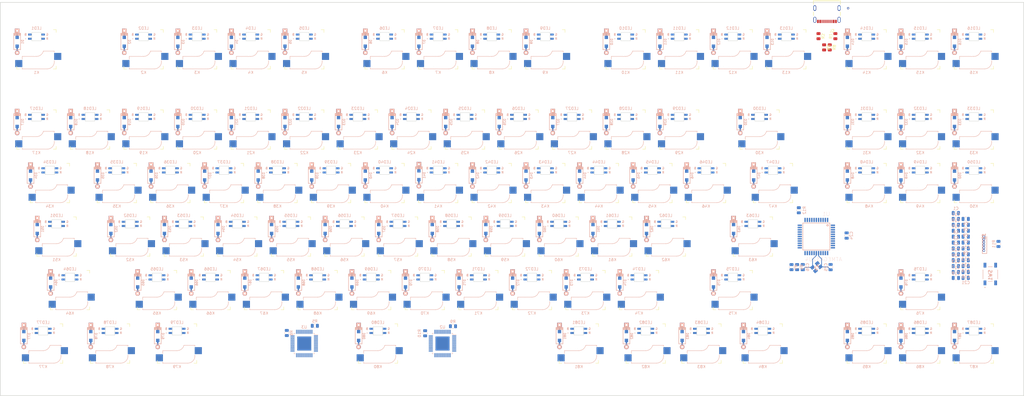
<source format=kicad_pcb>
(kicad_pcb (version 20211014) (generator pcbnew)
  (title_block (title "Ramen80") (date "2022-02-22") (rev "v1.0.0") (company "Ramen Keebs"))
  (layers (0 "F.Cu" signal) (31 "B.Cu" signal) (34 "B.Paste" user) (35 "F.Paste" user) (36 "B.SilkS" user "B.Silkscreen") (37 "F.SilkS" user "F.Silkscreen") (38 "B.Mask" user) (39 "F.Mask" user) (44 "Edge.Cuts" user))
  (net 0 "")
  (net 1 "Net-(D1-Pad2)")
  (net 2 "Net-(D2-Pad2)")
  (net 3 "Net-(D3-Pad2)")
  (net 4 "Net-(D4-Pad2)")
  (net 5 "Net-(D5-Pad2)")
  (net 6 "Net-(D6-Pad2)")
  (net 7 "Net-(D7-Pad2)")
  (net 8 "Net-(D8-Pad2)")
  (net 9 "Net-(D9-Pad2)")
  (net 10 "Net-(D10-Pad2)")
  (net 11 "Net-(D11-Pad2)")
  (net 12 "Net-(D12-Pad2)")
  (net 13 "Net-(D13-Pad2)")
  (net 14 "Net-(D14-Pad2)")
  (net 15 "Net-(D15-Pad2)")
  (net 16 "Net-(D16-Pad2)")
  (net 17 "Net-(D17-Pad2)")
  (net 18 "Net-(D18-Pad2)")
  (net 19 "Net-(D19-Pad2)")
  (net 20 "Net-(D20-Pad2)")
  (net 21 "Net-(D21-Pad2)")
  (net 22 "Net-(D22-Pad2)")
  (net 23 "Net-(D23-Pad2)")
  (net 24 "Net-(D24-Pad2)")
  (net 25 "Net-(D25-Pad2)")
  (net 26 "Net-(D26-Pad2)")
  (net 27 "Net-(D27-Pad2)")
  (net 28 "Net-(D28-Pad2)")
  (net 29 "Net-(D29-Pad2)")
  (net 30 "Net-(D30-Pad2)")
  (net 31 "Net-(D31-Pad2)")
  (net 32 "Net-(D32-Pad2)")
  (net 33 "Net-(D33-Pad2)")
  (net 34 "Net-(D34-Pad2)")
  (net 35 "Net-(D35-Pad2)")
  (net 36 "Net-(D36-Pad2)")
  (net 37 "Net-(D37-Pad2)")
  (net 38 "Net-(D38-Pad2)")
  (net 39 "Net-(D39-Pad2)")
  (net 40 "Net-(D40-Pad2)")
  (net 41 "Net-(D41-Pad2)")
  (net 42 "Net-(D42-Pad2)")
  (net 43 "Net-(D43-Pad2)")
  (net 44 "Net-(D44-Pad2)")
  (net 45 "Net-(D45-Pad2)")
  (net 46 "Net-(D46-Pad2)")
  (net 47 "Net-(D47-Pad2)")
  (net 48 "Net-(D48-Pad2)")
  (net 49 "Net-(D49-Pad2)")
  (net 50 "Net-(D50-Pad2)")
  (net 51 "Net-(D51-Pad2)")
  (net 52 "Net-(D52-Pad2)")
  (net 53 "Net-(D53-Pad2)")
  (net 54 "Net-(D54-Pad2)")
  (net 55 "Net-(D55-Pad2)")
  (net 56 "Net-(D56-Pad2)")
  (net 57 "Net-(D57-Pad2)")
  (net 58 "Net-(D58-Pad2)")
  (net 59 "Net-(D59-Pad2)")
  (net 60 "Net-(D60-Pad2)")
  (net 61 "Net-(D61-Pad2)")
  (net 62 "Net-(D62-Pad2)")
  (net 63 "Net-(D63-Pad2)")
  (net 64 "Net-(D64-Pad2)")
  (net 65 "Net-(D65-Pad2)")
  (net 66 "Net-(D66-Pad2)")
  (net 67 "Net-(D67-Pad2)")
  (net 68 "Net-(D68-Pad2)")
  (net 69 "Net-(D69-Pad2)")
  (net 70 "Net-(D70-Pad2)")
  (net 71 "Net-(D71-Pad2)")
  (net 72 "Net-(D72-Pad2)")
  (net 73 "Net-(D73-Pad2)")
  (net 74 "Net-(D74-Pad2)")
  (net 75 "Net-(D75-Pad2)")
  (net 76 "Net-(D76-Pad2)")
  (net 77 "Net-(D77-Pad2)")
  (net 78 "Net-(D78-Pad2)")
  (net 79 "Net-(D79-Pad2)")
  (net 80 "Net-(D80-Pad2)")
  (net 81 "Net-(D81-Pad2)")
  (net 82 "Net-(D82-Pad2)")
  (net 83 "Net-(D83-Pad2)")
  (net 84 "Net-(D84-Pad2)")
  (net 85 "Net-(D85-Pad2)")
  (net 86 "Net-(D86-Pad2)")
  (net 87 "Net-(D87-Pad2)")
  (net 88 "/PC7")
  (net 89 "/PE2")
  (net 90 "VCC")
  (net 91 "/Reset")
  (net 92 "/D-")
  (net 93 "/D+")
  (net 94 "/UCap")
  (net 95 "/XTAL1")
  (net 96 "/PF7")
  (net 97 "GND")
  (net 98 "/XTAL2")
  (net 99 "/PF6")
  (net 100 "/PF5")
  (net 101 "/PF4")
  (net 103 "/PE6")
  (net 104 "/PB1")
  (net 105 "/PB2")
  (net 106 "/PB3")
  (net 107 "/PB7")
  (net 108 "/PD1")
  (net 109 "/PD2")
  (net 110 "/PD3")
  (net 111 "/PD5")
  (net 112 "/PD4")
  (net 113 "/PD6")
  (net 114 "/PD7")
  (net 115 "/PB4")
  (net 116 "/PB5")
  (net 117 "/PB6")
  (net 118 "/PC6")
  (net 119 "/PB0")
  (net 120 "/PD0")
  (net 121 "/PF1")
  (net 122 "/PF0")
  (net 123 "/USB C Receptacle/Cap+")
  (net 124 "/USB C Receptacle/Cap-")
  (net 125 "Net-(J2-PadB5)")
  (net 127 "/LED Matrix/SW1")
  (net 128 "/LED Matrix/SW2")
  (net 129 "/LED Matrix/SW3")
  (net 130 "/LED Matrix/SW4")
  (net 131 "/LED Matrix/SW5")
  (net 132 "/LED Matrix/SW6")
  (net 133 "/LED Matrix/SW7")
  (net 134 "/LED Matrix/SW8")
  (net 135 "/LED Matrix/SW9 ")
  (net 136 "/LED Matrix/2SW9")
  (net 137 "/LED Matrix/2SW7")
  (net 138 "/LED Matrix/2SW8")
  (net 139 "/LED Matrix/CS1")
  (net 140 "/LED Matrix/CS2")
  (net 141 "/LED Matrix/CS3")
  (net 142 "/LED Matrix/CS4")
  (net 143 "/LED Matrix/CS5")
  (net 144 "/LED Matrix/CS6")
  (net 145 "/LED Matrix/CS7")
  (net 146 "/LED Matrix/CS8")
  (net 147 "/LED Matrix/CS9 ")
  (net 148 "/LED Matrix/CS10")
  (net 149 "/LED Matrix/CS11")
  (net 150 "/LED Matrix/CS12")
  (net 151 "/LED Matrix/CS13")
  (net 152 "/LED Matrix/CS14")
  (net 153 "/LED Matrix/CS15")
  (net 154 "/LED Matrix/CS16")
  (net 156 "/LED Matrix/Sync")
  (net 162 "/LED Matrix/2CS1")
  (net 163 "/LED Matrix/2CS2")
  (net 164 "/LED Matrix/2CS3")
  (net 165 "/LED Matrix/2CS4")
  (net 166 "/LED Matrix/2CS5")
  (net 167 "/LED Matrix/2CS6")
  (net 168 "/LED Matrix/2CS7")
  (net 169 "/LED Matrix/2CS8")
  (net 170 "/LED Matrix/2CS9 ")
  (net 171 "/LED Matrix/2CS10")
  (net 172 "/LED Matrix/2CS11")
  (net 173 "/LED Matrix/2CS12")
  (net 174 "/LED Matrix/2CS13")
  (net 175 "/LED Matrix/2CS14")
  (net 176 "/LED Matrix/2CS15")
  (net 177 "/LED Matrix/2CS16")
  (net 180 "/LED Matrix/2SW3")
  (net 181 "/LED Matrix/2SW1")
  (net 182 "/LED Matrix/2SW2")
  (net 183 "/LED Matrix/2SW6")
  (net 184 "/LED Matrix/2SW4")
  (net 185 "/LED Matrix/2SW5")
  (net 186 "Net-(J2-PadA5)")
  (net 190 "Net-(R1-Pad2)")
  (net 191 "Net-(R2-Pad1)")
  (net 192 "Net-(R5-Pad2)")
  (net 193 "Net-(R6-Pad1)")
  (footprint "keyswitches:Kailh_socket_MX_platemount" (layer "F.Cu") (at 338.137 114.3 180)
    (fp_text reference "K48")
    (fp_text value "KEYSW")
  )
  (footprint "keyswitches:Kailh_socket_MX_platemount" (layer "F.Cu") (at 235.743 171.45 180)
    (fp_text reference "K81")
    (fp_text value "KEYSW")
  )
  (footprint "keyswitches:Kailh_socket_MX_platemount" (layer "F.Cu") (at 309.562 66.675 180)
    (fp_text reference "K13")
    (fp_text value "KEYSW")
  )
  (footprint "keyswitches:Kailh_socket_MX_platemount" (layer "F.Cu") (at 259.555 171.45 180)
    (fp_text reference "K82")
    (fp_text value "KEYSW")
  )
  (footprint "keyswitches:Kailh_socket_MX_platemount" (layer "F.Cu") (at 257.175 152.4 180)
    (fp_text reference "K74")
    (fp_text value "KEYSW")
  )
  (footprint "Resistor_SMD:R_0805_2012Metric" (layer "F.Cu") (at 327 62 90)
    (fp_text reference "R1")
    (fp_text value "5k1")
  )
  (footprint "keyswitches:Kailh_socket_MX_platemount" (layer "F.Cu") (at 80.962 95.25 180)
    (fp_text reference "K19")
    (fp_text value "KEYSW")
  )
  (footprint "keyswitches:Kailh_socket_MX_platemount" (layer "F.Cu") (at 357.187 66.675 180)
    (fp_text reference "K15")
    (fp_text value "KEYSW")
  )
  (footprint "keyswitches:Kailh_socket_MX_platemount" (layer "F.Cu") (at 204.787 66.675 180)
    (fp_text reference "K8")
    (fp_text value "KEYSW")
  )
  (footprint "keyswitches:Kailh_socket_MX_platemount" (layer "F.Cu") (at 90.487 114.3 180)
    (fp_text reference "K36")
    (fp_text value "KEYSW")
  )
  (footprint "keyswitches:Kailh_socket_MX_platemount" (layer "F.Cu") (at 157.162 95.25 180)
    (fp_text reference "K23")
    (fp_text value "KEYSW")
  )
  (footprint "keyswitches:Kailh_socket_MX_platemount" (layer "F.Cu") (at 223.837 114.3 180)
    (fp_text reference "K43")
    (fp_text value "KEYSW")
  )
  (footprint "keyswitches:Kailh_socket_MX_platemount" (layer "F.Cu") (at 138.112 95.25 180)
    (fp_text reference "K22")
    (fp_text value "KEYSW")
  )
  (footprint "keyswitches:Kailh_socket_MX_platemount" (layer "F.Cu") (at 152.4 133.35 180)
    (fp_text reference "K56")
    (fp_text value "KEYSW")
  )
  (footprint "keyswitches:Kailh_socket_MX_platemount" (layer "F.Cu") (at 133.35 133.35 180)
    (fp_text reference "K55")
    (fp_text value "KEYSW")
  )
  (footprint "keyswitches:Kailh_socket_MX_platemount" (layer "F.Cu") (at 119.062 66.675 180)
    (fp_text reference "K4")
    (fp_text value "KEYSW")
  )
  (footprint "keyswitches:Kailh_socket_MX_platemount" (layer "F.Cu") (at 209.55 133.35 180)
    (fp_text reference "K59")
    (fp_text value "KEYSW")
  )
  (footprint "keyswitches:Kailh_socket_MX_platemount" (layer "F.Cu") (at 161.925 152.4 180)
    (fp_text reference "K69")
    (fp_text value "KEYSW")
  )
  (footprint "keyswitches:Kailh_socket_MX_platemount" (layer "F.Cu") (at 47.625 114.3 180)
    (fp_text reference "K34")
    (fp_text value "KEYSW")
  )
  (footprint "keyswitches:Kailh_socket_MX_platemount" (layer "F.Cu") (at 69.055 171.45 180)
    (fp_text reference "K78")
    (fp_text value "KEYSW")
  )
  (footprint "keyswitches:Kailh_socket_MX_platemount" (layer "F.Cu") (at 76.2 133.35 180)
    (fp_text reference "K52")
    (fp_text value "KEYSW")
  )
  (footprint "keyswitches:Kailh_socket_MX_platemount" (layer "F.Cu") (at 290.512 152.4 180)
    (fp_text reference "K75")
    (fp_text value "KEYSW")
  )
  (footprint "keyswitches:Kailh_socket_MX_platemount" (layer "F.Cu") (at 123.825 152.4 180)
    (fp_text reference "K67")
    (fp_text value "KEYSW")
  )
  (footprint "Resistor_SMD:R_0805_2012Metric" (layer "F.Cu") (at 321 62 -90)
    (fp_text reference "R2")
    (fp_text value "22")
  )
  (footprint "keyswitches:Kailh_socket_MX_platemount" (layer "F.Cu") (at 214.312 95.25 180)
    (fp_text reference "K26")
    (fp_text value "KEYSW")
  )
  (footprint "keyswitches:Kailh_socket_MX_platemount" (layer "F.Cu") (at 190.5 133.35 180)
    (fp_text reference "K58")
    (fp_text value "KEYSW")
  )
  (footprint "keyswitches:Kailh_socket_MX_platemount" (layer "F.Cu") (at 247.65 133.35 180)
    (fp_text reference "K61")
    (fp_text value "KEYSW")
  )
  (footprint "keyswitches:Kailh_socket_MX_platemount" (layer "F.Cu") (at 266.7 133.35 180)
    (fp_text reference "K62")
    (fp_text value "KEYSW")
  )
  (footprint "keyswitches:Kailh_socket_MX_platemount" (layer "F.Cu") (at 166.687 66.675 180)
    (fp_text reference "K6")
    (fp_text value "KEYSW")
  )
  (footprint "keyswitches:Kailh_socket_MX_platemount" (layer "F.Cu") (at 166.687 114.3 180)
    (fp_text reference "K40")
    (fp_text value "KEYSW")
  )
  (footprint "keyswitches:Kailh_socket_MX_platemount" (layer "F.Cu") (at 42.862 95.25 180)
    (fp_text reference "K17")
    (fp_text value "KEYSW")
  )
  (footprint "keyswitches:Kailh_socket_MX_platemount" (layer "F.Cu") (at 338.137 171.45 180)
    (fp_text reference "K85")
    (fp_text value "KEYSW")
  )
  (footprint "keyswitches:Kailh_socket_MX_platemount" (layer "F.Cu") (at 119.062 95.25 180)
    (fp_text reference "K21")
    (fp_text value "KEYSW")
  )
  (footprint "keyswitches:Kailh_socket_MX_platemount" (layer "F.Cu") (at 304.8 114.3 180)
    (fp_text reference "K47")
    (fp_text value "KEYSW")
  )
  (footprint "keyswitches:Kailh_socket_MX_platemount" (layer "F.Cu") (at 85.725 152.4 180)
    (fp_text reference "K65")
    (fp_text value "KEYSW")
  )
  (footprint "keyswitches:Kailh_socket_MX_platemount" (layer "F.Cu") (at 100.012 66.675 180)
    (fp_text reference "K3")
    (fp_text value "KEYSW")
  )
  (footprint "keyswitches:Kailh_socket_MX_platemount" (layer "F.Cu") (at 338.137 95.25 180)
    (fp_text reference "K31")
    (fp_text value "KEYSW")
  )
  (footprint "keyswitches:Kailh_socket_MX_platemount" (layer "F.Cu") (at 357.187 171.45 180)
    (fp_text reference "K86")
    (fp_text value "KEYSW")
  )
  (footprint "keyswitches:Kailh_socket_MX_platemount" (layer "F.Cu") (at 297.656 133.35 180)
    (fp_text reference "K63")
    (fp_text value "KEYSW")
  )
  (footprint "Resistor_SMD:R_0805_2012Metric" (layer "F.Cu") (at 323 66 -90)
    (fp_text reference "R3")
    (fp_text value "5k1")
  )
  (footprint "keyswitches:Kailh_socket_MX_platemount" (layer "F.Cu") (at 180.975 152.4 180)
    (fp_text reference "K70")
    (fp_text value "KEYSW")
  )
  (footprint "keyswitches:Kailh_socket_MX_platemount" (layer "F.Cu") (at 300.037 95.25 180)
    (fp_text reference "K30")
    (fp_text value "KEYSW")
  )
  (footprint "keyswitches:Kailh_socket_MX_platemount" (layer "F.Cu") (at 185.737 114.3 180)
    (fp_text reference "K41")
    (fp_text value "KEYSW")
  )
  (footprint "keyswitches:Kailh_socket_MX_platemount" (layer "F.Cu") (at 376.237 66.675 180)
    (fp_text reference "K16")
    (fp_text value "KEYSW")
  )
  (footprint "keyswitches:Kailh_socket_MX_platemount" (layer "F.Cu") (at 95.25 133.35 180)
    (fp_text reference "K53")
    (fp_text value "KEYSW")
  )
  (footprint "keyswitches:Kailh_socket_MX_platemount" (layer "F.Cu") (at 142.875 152.4 180)
    (fp_text reference "K68")
    (fp_text value "KEYSW")
  )
  (footprint "keyswitches:Kailh_socket_MX_platemount" (layer "F.Cu") (at 164.305 171.45 180)
    (fp_text reference "K80")
    (fp_text value "KEYSW")
  )
  (footprint "keyswitches:Kailh_socket_MX_platemount" (layer "F.Cu") (at 204.787 114.3 180)
    (fp_text reference "K42")
    (fp_text value "KEYSW")
  )
  (footprint "keyswitches:Kailh_socket_MX_platemount" (layer "F.Cu") (at 228.6 133.35 180)
    (fp_text reference "K60")
    (fp_text value "KEYSW")
  )
  (footprint "keyswitches:Kailh_socket_MX_platemount" (layer "F.Cu") (at 252.412 66.675 180)
    (fp_text reference "K10")
    (fp_text value "KEYSW")
  )
  (footprint "keyswitches:Kailh_socket_MX_platemount" (layer "F.Cu") (at 223.837 66.675 180)
    (fp_text reference "K9")
    (fp_text value "KEYSW")
  )
  (footprint "keyswitches:Kailh_socket_MX_platemount" (layer "F.Cu") (at 357.187 152.4 180)
    (fp_text reference "K76")
    (fp_text value "KEYSW")
  )
  (footprint "keyswitches:Kailh_socket_MX_platemount" (layer "F.Cu") (at 200.025 152.4 180)
    (fp_text reference "K71")
    (fp_text value "KEYSW")
  )
  (footprint "keyswitches:Kailh_socket_MX_platemount" (layer "F.Cu") (at 252.412 95.25 180)
    (fp_text reference "K28")
    (fp_text value "KEYSW")
  )
  (footprint "keyswitches:Kailh_socket_MX_platemount" (layer "F.Cu") (at 376.237 114.3 180)
    (fp_text reference "K50")
    (fp_text value "KEYSW")
  )
  (footprint "keyswitches:Kailh_socket_MX_platemount" (layer "F.Cu") (at 233.362 95.25 180)
    (fp_text reference "K27")
    (fp_text value "KEYSW")
  )
  (footprint "keyswitches:Kailh_socket_MX_platemount" (layer "F.Cu") (at 104.775 152.4 180)
    (fp_text reference "K66")
    (fp_text value "KEYSW")
  )
  (footprint "keyswitches:Kailh_socket_MX_platemount" (layer "F.Cu") (at 290.512 66.675 180)
    (fp_text reference "K12")
    (fp_text value "KEYSW")
  )
  (footprint "keyswitches:Kailh_socket_MX_platemount" (layer "F.Cu") (at 185.737 66.675 180)
    (fp_text reference "K7")
    (fp_text value "KEYSW")
  )
  (footprint "keyswitches:Kailh_socket_MX_platemount" (layer "F.Cu") (at 279.368 171.45 180)
    (fp_text reference "K83")
    (fp_text value "KEYSW")
  )
  (footprint "keyswitches:Kailh_socket_MX_platemount" (layer "F.Cu") (at 92.868 171.45 180)
    (fp_text reference "K79")
    (fp_text value "KEYSW")
  )
  (footprint "keyswitches:Kailh_socket_MX_platemount" (layer "F.Cu") (at 50.006 133.35 180)
    (fp_text reference "K51")
    (fp_text value "KEYSW")
  )
  (footprint "SamacSys_Parts:GCT_USB4105-GF-A" (layer "F.Cu") (at 324 52 180)
    (fp_text reference "J2")
    (fp_text value "USB_C_RECEPTACLE")
  )
  (footprint "keyswitches:Kailh_socket_MX_platemount" (layer "F.Cu") (at 80.962 66.675 180)
    (fp_text reference "K2")
    (fp_text value "KEYSW")
  )
  (footprint "keyswitches:Kailh_socket_MX_platemount" (layer "F.Cu") (at 61.912 95.25 180)
    (fp_text reference "K18")
    (fp_text value "KEYSW")
  )
  (footprint "keyswitches:Kailh_socket_MX_platemount" (layer "F.Cu") (at 114.3 133.35 180)
    (fp_text reference "K54")
    (fp_text value "KEYSW")
  )
  (footprint "keyswitches:Kailh_socket_MX_platemount" (layer "F.Cu") (at 195.262 95.25 180)
    (fp_text reference "K25")
    (fp_text value "KEYSW")
  )
  (footprint "keyswitches:Kailh_socket_MX_platemount" (layer "F.Cu") (at 338.137 66.675 180)
    (fp_text reference "K14")
    (fp_text value "KEYSW")
  )
  (footprint "keyswitches:Kailh_socket_MX_platemount" (layer "F.Cu") (at 45.243 171.45 180)
    (fp_text reference "K77")
    (fp_text value "KEYSW")
  )
  (footprint "keyswitches:Kailh_socket_MX_platemount" (layer "F.Cu") (at 71.437 114.3 180)
    (fp_text reference "K35")
    (fp_text value "KEYSW")
  )
  (footprint "keyswitches:Kailh_socket_MX_platemount" (layer "F.Cu") (at 376.237 95.25 180)
    (fp_text reference "K33")
    (fp_text value "KEYSW")
  )
  (footprint "keyswitches:Kailh_socket_MX_platemount" (layer "F.Cu") (at 171.45 133.35 180)
    (fp_text reference "K57")
    (fp_text value "KEYSW")
  )
  (footprint "Resistor_SMD:R_0805_2012Metric" (layer "F.Cu") (at 325 66 -90)
    (fp_text reference "R8")
    (fp_text value "2k")
  )
  (footprint "keyswitches:Kailh_socket_MX_platemount" (layer "F.Cu") (at 271.462 66.675 180)
    (fp_text reference "K11")
    (fp_text value "KEYSW")
  )
  (footprint "keyswitches:Kailh_socket_MX_platemount" (layer "F.Cu") (at 261.937 114.3 180)
    (fp_text reference "K45")
    (fp_text value "KEYSW")
  )
  (footprint "keyswitches:Kailh_socket_MX_platemount" (layer "F.Cu") (at 147.637 114.3 180)
    (fp_text reference "K39")
    (fp_text value "KEYSW")
  )
  (footprint "keyswitches:Kailh_socket_MX_platemount" (layer "F.Cu") (at 109.537 114.3 180)
    (fp_text reference "K37")
    (fp_text value "KEYSW")
  )
  (footprint "keyswitches:Kailh_socket_MX_platemount" (layer "F.Cu") (at 128.587 114.3 180)
    (fp_text reference "K38")
    (fp_text value "KEYSW")
  )
  (footprint "keyswitches:Kailh_socket_MX_platemount" (layer "F.Cu") (at 376.237 171.45 180)
    (fp_text reference "K87")
    (fp_text value "KEYSW")
  )
  (footprint "keyswitches:Kailh_socket_MX_platemount" (layer "F.Cu") (at 42.862 66.675 180)
    (fp_text reference "K1")
    (fp_text value "KEYSW")
  )
  (footprint "keyswitches:Kailh_socket_MX_platemount" (layer "F.Cu") (at 271.462 95.25 180)
    (fp_text reference "K29")
    (fp_text value "KEYSW")
  )
  (footprint "keyswitches:Kailh_socket_MX_platemount" (layer "F.Cu") (at 238.125 152.4 180)
    (fp_text reference "K73")
    (fp_text value "KEYSW")
  )
  (footprint "keyswitches:Kailh_socket_MX_platemount" (layer "F.Cu") (at 301.18 171.45 180)
    (fp_text reference "K84")
    (fp_text value "KEYSW")
  )
  (footprint "keyswitches:Kailh_socket_MX_platemount" (layer "F.Cu") (at 219.075 152.4 180)
    (fp_text reference "K72")
    (fp_text value "KEYSW")
  )
  (footprint "keyswitches:Kailh_socket_MX_platemount" (layer "F.Cu") (at 357.187 114.3 180)
    (fp_text reference "K49")
    (fp_text value "KEYSW")
  )
  (footprint "keyswitches:Kailh_socket_MX_platemount" (layer "F.Cu") (at 176.212 95.25 180)
    (fp_text reference "K24")
    (fp_text value "KEYSW")
  )
  (footprint "keyswitches:Kailh_socket_MX_platemount" (layer "F.Cu") (at 54.769 152.4 180)
    (fp_text reference "K64")
    (fp_text value "KEYSW")
  )
  (footprint "keyswitches:Kailh_socket_MX_platemount" (layer "F.Cu") (at 100.012 95.25 180)
    (fp_text reference "K20")
    (fp_text value "KEYSW")
  )
  (footprint "keyswitches:Kailh_socket_MX_platemount" (layer "F.Cu") (at 357.187 95.25 180)
    (fp_text reference "K32")
    (fp_text value "KEYSW")
  )
  (footprint "keyswitches:Kailh_socket_MX_platemount" (layer "F.Cu") (at 242.887 114.3 180)
    (fp_text reference "K44")
    (fp_text value "KEYSW")
  )
  (footprint "keyswitches:Kailh_socket_MX_platemount" (layer "F.Cu") (at 280.987 114.3 180)
    (fp_text reference "K46")
    (fp_text value "KEYSW")
  )
  (footprint "keyswitches:Kailh_socket_MX_platemount" (layer "F.Cu") (at 138.112 66.675 180)
    (fp_text reference "K5")
    (fp_text value "KEYSW")
  )
  (footprint "keyboard_parts:D_SOD123_axial" (layer "B.Cu") (at 38.381 168.775 -90)
    (fp_text reference "D77")
    (fp_text value "D" hide)
  )
  (footprint "keyboard_parts:D_SOD123_axial" (layer "B.Cu") (at 264.6 64 -90)
    (fp_text reference "D11")
    (fp_text value "D" hide)
  )
  (footprint "RamenKeebs:QBLP677R-RGB" (layer "B.Cu") (at 54.769 147.9 180)
    (fp_text reference "LED64")
    (fp_text value "RGB_LED")
    (fp_rect (start 1.7 -1.5) (end -1.7 1.5) (layer "Edge.Cuts") (width 0.12) (fill none))
  )
  (footprint "RamenKeebs:QBLP677R-RGB" (layer "B.Cu") (at 338.137 109.8 180)
    (fp_text reference "LED48")
    (fp_text value "RGB_LED")
    (fp_rect (start 1.7 -1.5) (end -1.7 1.5) (layer "Edge.Cuts") (width 0.12) (fill none))
  )
  (footprint "RamenKeebs:QBLP677R-RGB" (layer "B.Cu") (at 185.737 62.175 180)
    (fp_text reference "LED7")
    (fp_text value "RGB_LED")
    (fp_rect (start 1.7 -1.5) (end -1.7 1.5) (layer "Edge.Cuts") (width 0.12) (fill none))
  )
  (footprint "keyboard_parts:D_SOD123_axial" (layer "B.Cu") (at 350.325 64 -90)
    (fp_text reference "D15")
    (fp_text value "D" hide)
  )
  (footprint "RamenKeebs:QBLP677R-RGB" (layer "B.Cu") (at 109.537 109.8 180)
    (fp_text reference "LED37")
    (fp_text value "RGB_LED")
    (fp_rect (start 1.7 -1.5) (end -1.7 1.5) (layer "Edge.Cuts") (width 0.12) (fill none))
  )
  (footprint "keyboard_parts:D_SOD123_axial" (layer "B.Cu") (at 183.638 130.675 -90)
    (fp_text reference "D58")
    (fp_text value "D" hide)
  )
  (footprint "keyboard_parts:D_SOD123_axial" (layer "B.Cu") (at 255.075 111.625 -90)
    (fp_text reference "D45")
    (fp_text value "D" hide)
  )
  (footprint "keyboard_parts:D_SOD123_axial" (layer "B.Cu") (at 86.006 168.775 -90)
    (fp_text reference "D79")
    (fp_text value "D" hide)
  )
  (footprint "RamenKeebs:QBLP677R-RGB" (layer "B.Cu") (at 219.075 147.9 180)
    (fp_text reference "LED72")
    (fp_text value "RGB_LED")
    (fp_rect (start 1.7 -1.5) (end -1.7 1.5) (layer "Edge.Cuts") (width 0.12) (fill none))
  )
  (footprint "keyboard_parts:D_SOD123_axial" (layer "B.Cu") (at 212.213 149.725 -90)
    (fp_text reference "D72")
    (fp_text value "D" hide)
  )
  (footprint "Capacitor_SMD:C_0805_2012Metric" (layer "B.Cu") (at 373.35 129.2)
    (fp_text reference "C5")
    (fp_text value "0.1u")
  )
  (footprint "Keebio-Parts:ATMEGA32U4-AU" (layer "B.Cu") (at 320.23 133.35 180)
    (fp_text reference "U1")
    (fp_text value "ATMEGA32U4")
  )
  (footprint "RamenKeebs:QBLP677R-RGB" (layer "B.Cu") (at 123.825 147.9 180)
    (fp_text reference "LED67")
    (fp_text value "RGB_LED")
    (fp_rect (start 1.7 -1.5) (end -1.7 1.5) (layer "Edge.Cuts") (width 0.12) (fill none))
  )
  (footprint "Package_QFP:TQFP-48-1EP_7x7mm_P0.5mm_EP5x5mm" (layer "B.Cu") (at 138.1 171.45 180)
    (fp_text reference "U3")
    (fp_text value "IS31FL3733-TQ")
  )
  (footprint "RamenKeebs:QBLP677R-RGB" (layer "B.Cu") (at 185.737 109.8 180)
    (fp_text reference "LED41")
    (fp_text value "RGB_LED")
    (fp_rect (start 1.7 -1.5) (end -1.7 1.5) (layer "Edge.Cuts") (width 0.12) (fill none))
  )
  (footprint "RamenKeebs:QBLP677R-RGB" (layer "B.Cu") (at 180.975 147.9 180)
    (fp_text reference "LED70")
    (fp_text value "RGB_LED")
    (fp_rect (start 1.7 -1.5) (end -1.7 1.5) (layer "Edge.Cuts") (width 0.12) (fill none))
  )
  (footprint "SamacSys_Parts:TL3342F160QG" (layer "B.Cu") (at 382.1 146.7 90)
    (fp_text reference "SW1")
    (fp_text value "SW_PUSH" hide)
  )
  (footprint "keyboard_parts:D_SOD123_axial" (layer "B.Cu") (at 202.688 130.675 -90)
    (fp_text reference "D59")
    (fp_text value "D" hide)
  )
  (footprint "RamenKeebs:QBLP677R-RGB" (layer "B.Cu") (at 261.937 109.8 180)
    (fp_text reference "LED45")
    (fp_text value "RGB_LED")
    (fp_rect (start 1.7 -1.5) (end -1.7 1.5) (layer "Edge.Cuts") (width 0.12) (fill none))
  )
  (footprint "keyboard_parts:D_SOD123_axial" (layer "B.Cu") (at 131.25 92.575 -90)
    (fp_text reference "D22")
    (fp_text value "D" hide)
  )
  (footprint "keyboard_parts:D_SOD123_axial" (layer "B.Cu") (at 169.35 92.575 -90)
    (fp_text reference "D24")
    (fp_text value "D" hide)
  )
  (footprint "Resistor_SMD:R_0805_2012Metric" (layer "B.Cu") (at 385 136 -90)
    (fp_text reference "R11")
    (fp_text value "100k")
  )
  (footprint "RamenKeebs:QBLP677R-RGB" (layer "B.Cu") (at 164.305 166.95 180)
    (fp_text reference "LED80")
    (fp_text value "RGB_LED")
    (fp_rect (start 1.7 -1.5) (end -1.7 1.5) (layer "Edge.Cuts") (width 0.12) (fill none))
  )
  (footprint "RamenKeebs:QBLP677R-RGB" (layer "B.Cu") (at 161.925 147.9 180)
    (fp_text reference "LED69")
    (fp_text value "RGB_LED")
    (fp_rect (start 1.7 -1.5) (end -1.7 1.5) (layer "Edge.Cuts") (width 0.12) (fill none))
  )
  (footprint "keyboard_parts:D_SOD123_axial" (layer "B.Cu") (at 145.538 130.675 -90)
    (fp_text reference "D56")
    (fp_text value "D" hide)
  )
  (footprint "RamenKeebs:QBLP677R-RGB" (layer "B.Cu") (at 76.2 128.85 180)
    (fp_text reference "LED52")
    (fp_text value "RGB_LED")
    (fp_rect (start 1.7 -1.5) (end -1.7 1.5) (layer "Edge.Cuts") (width 0.12) (fill none))
  )
  (footprint "keyboard_parts:D_SOD123_axial" (layer "B.Cu") (at 140.775 111.625 -90)
    (fp_text reference "D39")
    (fp_text value "D" hide)
  )
  (footprint "Capacitor_SMD:C_0805_2012Metric" (layer "B.Cu") (at 373.35 139.7)
    (fp_text reference "C13")
    (fp_text value "0.1u")
  )
  (footprint "RamenKeebs:QBLP677R-RGB" (layer "B.Cu") (at 69.055 166.95 180)
    (fp_text reference "LED78")
    (fp_text value "RGB_LED")
    (fp_rect (start 1.7 -1.5) (end -1.7 1.5) (layer "Edge.Cuts") (width 0.12) (fill none))
  )
  (footprint "Capacitor_SMD:C_0805_2012Metric" (layer "B.Cu") (at 373.35 135.5)
    (fp_text reference "C14")
    (fp_text value "0.47f")
  )
  (footprint "Capacitor_SMD:C_0805_2012Metric" (layer "B.Cu") (at 369.85 148.1 180)
    (fp_text reference "C18")
    (fp_text value "0.1f")
  )
  (footprint "RamenKeebs:QBLP677R-RGB" (layer "B.Cu") (at 147.637 109.8 180)
    (fp_text reference "LED39")
    (fp_text value "RGB_LED")
    (fp_rect (start 1.7 -1.5) (end -1.7 1.5) (layer "Edge.Cuts") (width 0.12) (fill none))
  )
  (footprint "RamenKeebs:QBLP677R-RGB" (layer "B.Cu") (at 338.137 166.95 180)
    (fp_text reference "LED85")
    (fp_text value "RGB_LED")
    (fp_rect (start 1.7 -1.5) (end -1.7 1.5) (layer "Edge.Cuts") (width 0.12) (fill none))
  )
  (footprint "Capacitor_SMD:C_0805_2012Metric" (layer "B.Cu") (at 369.85 146 180)
    (fp_text reference "C17")
    (fp_text value "0.47f")
  )
  (footprint "RamenKeebs:QBLP677R-RGB" (layer "B.Cu") (at 304.8 109.8 180)
    (fp_text reference "LED47")
    (fp_text value "RGB_LED")
    (fp_rect (start 1.7 -1.5) (end -1.7 1.5) (layer "Edge.Cuts") (width 0.12) (fill none))
  )
  (footprint "RamenKeebs:QBLP677R-RGB" (layer "B.Cu") (at 104.775 147.9 180)
    (fp_text reference "LED66")
    (fp_text value "RGB_LED")
    (fp_rect (start 1.7 -1.5) (end -1.7 1.5) (layer "Edge.Cuts") (width 0.12) (fill none))
  )
  (footprint "RamenKeebs:QBLP677R-RGB" (layer "B.Cu") (at 290.512 62.175 180)
    (fp_text reference "LED12")
    (fp_text value "RGB_LED")
    (fp_rect (start 1.7 -1.5) (end -1.7 1.5) (layer "Edge.Cuts") (width 0.12) (fill none))
  )
  (footprint "Capacitor_SMD:C_0805_2012Metric" (layer "B.Cu") (at 331 133 90)
    (fp_text reference "C24")
    (fp_text value "0.1f")
  )
  (footprint "keyboard_parts:D_SOD123_axial" (layer "B.Cu") (at 159.825 111.625 -90)
    (fp_text reference "D40")
    (fp_text value "D" hide)
  )
  (footprint "keyboard_parts:D_SOD123_axial" (layer "B.Cu") (at 283.65 149.725 -90)
    (fp_text reference "D75")
    (fp_text value "D" hide)
  )
  (footprint "keyboard_parts:D_SOD123_axial" (layer "B.Cu") (at 216.975 64 -90)
    (fp_text reference "D9")
    (fp_text value "D" hide)
  )
  (footprint "keyboard_parts:D_SOD123_axial" (layer "B.Cu") (at 264.6 92.575 -90)
    (fp_text reference "D29")
    (fp_text value "D" hide)
  )
  (footprint "RamenKeebs:QBLP677R-RGB" (layer "B.Cu") (at 357.187 147.9 180)
    (fp_text reference "LED76")
    (fp_text value "RGB_LED")
    (fp_rect (start 1.7 -1.5) (end -1.7 1.5) (layer "Edge.Cuts") (width 0.12) (fill none))
  )
  (footprint "RamenKeebs:QBLP677R-RGB" (layer "B.Cu") (at 280.987 109.8 180)
    (fp_text reference "LED46")
    (fp_text value "RGB_LED")
    (fp_rect (start 1.7 -1.5) (end -1.7 1.5) (layer "Edge.Cuts") (width 0.12) (fill none))
  )
  (footprint "keyboard_parts:D_SOD123_axial" (layer "B.Cu") (at 112.2 92.575 -90)
    (fp_text reference "D21")
    (fp_text value "D" hide)
  )
  (footprint "Resistor_SMD:R_0805_2012Metric" (layer "B.Cu") (at 181.1 167.8 90)
    (fp_text reference "R10")
    (fp_text value "20k")
  )
  (footprint "RamenKeebs:QBLP677R-RGB" (layer "B.Cu") (at 271.462 62.175 180)
    (fp_text reference "LED11")
    (fp_text value "RGB_LED")
    (fp_rect (start 1.7 -1.5) (end -1.7 1.5) (layer "Edge.Cuts") (width 0.12) (fill none))
  )
  (footprint "RamenKeebs:QBLP677R-RGB" (layer "B.Cu") (at 152.4 128.85 180)
    (fp_text reference "LED56")
    (fp_text value "RGB_LED")
    (fp_rect (start 1.7 -1.5) (end -1.7 1.5) (layer "Edge.Cuts") (width 0.12) (fill none))
  )
  (footprint "keyboard_parts:D_SOD123_axial" (layer "B.Cu") (at 107.438 130.675 -90)
    (fp_text reference "D54")
    (fp_text value "D" hide)
  )
  (footprint "RamenKeebs:QBLP677R-RGB" (layer "B.Cu") (at 233.362 90.75 180)
    (fp_text reference "LED27")
    (fp_text value "RGB_LED")
    (fp_rect (start 1.7 -1.5) (end -1.7 1.5) (layer "Edge.Cuts") (width 0.12) (fill none))
  )
  (footprint "keyboard_parts:D_SOD123_axial" (layer "B.Cu") (at 228.881 168.775 -90)
    (fp_text reference "D81")
    (fp_text value "D" hide)
  )
  (footprint "keyboard_parts:D_SOD123_axial" (layer "B.Cu") (at 150.3 92.575 -90)
    (fp_text reference "D23")
    (fp_text value "D" hide)
  )
  (footprint "keyboard_parts:D_SOD123_axial" (layer "B.Cu") (at 121.725 111.625 -90)
    (fp_text reference "D38")
    (fp_text value "D" hide)
  )
  (footprint "RamenKeebs:QBLP677R-RGB" (layer "B.Cu") (at 190.5 128.85 180)
    (fp_text reference "LED58")
    (fp_text value "RGB_LED")
    (fp_rect (start 1.7 -1.5) (end -1.7 1.5) (layer "Edge.Cuts") (width 0.12) (fill none))
  )
  (footprint "keyboard_parts:D_SOD123_axial" (layer "B.Cu") (at 93.15 92.575 -90)
    (fp_text reference "D20")
    (fp_text value "D" hide)
  )
  (footprint "keyboard_parts:D_SOD123_axial" (layer "B.Cu") (at 188.4 92.575 -90)
    (fp_text reference "D25")
    (fp_text value "D" hide)
  )
  (footprint "keyboard_parts:D_SOD123_axial" (layer "B.Cu") (at 159.825 64 -90)
    (fp_text reference "D6")
    (fp_text value "D" hide)
  )
  (footprint "RamenKeebs:QBLP677R-RGB" (layer "B.Cu") (at 45.243 166.95 180)
    (fp_text reference "LED77")
    (fp_text value "RGB_LED")
    (fp_rect (start 1.7 -1.5) (end -1.7 1.5) (layer "Edge.Cuts") (width 0.12) (fill none))
  )
  (footprint "keyboard_parts:D_SOD123_axial" (layer "B.Cu") (at 193.163 149.725 -90)
    (fp_text reference "D71")
    (fp_text value "D" hide)
  )
  (footprint "Capacitor_SMD:C_0805_2012Metric" (layer "B.Cu") (at 369.85 137.6 180)
    (fp_text reference "C2")
    (fp_text value "0.1f")
  )
  (footprint "RamenKeebs:QBLP677R-RGB" (layer "B.Cu") (at 71.437 109.8 180)
    (fp_text reference "LED35")
    (fp_text value "RGB_LED")
    (fp_rect (start 1.7 -1.5) (end -1.7 1.5) (layer "Edge.Cuts") (width 0.12) (fill none))
  )
  (footprint "Capacitor_SMD:C_0805_2012Metric" (layer "B.Cu") (at 373.35 146)
    (fp_text reference "C16")
    (fp_text value "1u")
  )
  (footprint "RamenKeebs:QBLP677R-RGB" (layer "B.Cu") (at 357.187 109.8 180)
    (fp_text reference "LED49")
    (fp_text value "RGB_LED")
    (fp_rect (start 1.7 -1.5) (end -1.7 1.5) (layer "Edge.Cuts") (width 0.12) (fill none))
  )
  (footprint "keyboard_parts:D_SOD123_axial" (layer "B.Cu") (at 252.693 168.775 -90)
    (fp_text reference "D82")
    (fp_text value "D" hide)
  )
  (footprint "RamenKeebs:QBLP677R-RGB" (layer "B.Cu") (at 157.162 90.75 180)
    (fp_text reference "LED23")
    (fp_text value "RGB_LED")
    (fp_rect (start 1.7 -1.5) (end -1.7 1.5) (layer "Edge.Cuts") (width 0.12) (fill none))
  )
  (footprint "RamenKeebs:QBLP677R-RGB" (layer "B.Cu") (at 100.012 90.75 180)
    (fp_text reference "LED20")
    (fp_text value "RGB_LED")
    (fp_rect (start 1.7 -1.5) (end -1.7 1.5) (layer "Edge.Cuts") (width 0.12) (fill none))
  )
  (footprint "RamenKeebs:QBLP677R-RGB" (layer "B.Cu") (at 266.7 128.85 180)
    (fp_text reference "LED62")
    (fp_text value "RGB_LED")
    (fp_rect (start 1.7 -1.5) (end -1.7 1.5) (layer "Edge.Cuts") (width 0.12) (fill none))
  )
  (footprint "Resistor_SMD:R_0805_2012Metric" (layer "B.Cu") (at 131.9 167.7 90)
    (fp_text reference "R6")
    (fp_text value "10k")
  )
  (footprint "RamenKeebs:QBLP677R-RGB" (layer "B.Cu") (at 171.45 128.85 180)
    (fp_text reference "LED57")
    (fp_text value "RGB_LED")
    (fp_rect (start 1.7 -1.5) (end -1.7 1.5) (layer "Edge.Cuts") (width 0.12) (fill none))
  )
  (footprint "Resistor_SMD:R_0805_2012Metric" (layer "B.Cu") (at 313.4 144.25 90)
    (fp_text reference "R4")
    (fp_text value "22")
  )
  (footprint "SamacSys_Parts:FA238160000MBC3" (layer "B.Cu") (at 320.25 144.25 -140)
    (fp_text reference "Y1")
    (fp_text value "FA-238_16.0000MB-C3" hide)
  )
  (footprint "keyboard_parts:D_SOD123_axial" (layer "B.Cu") (at 331.275 168.775 -90)
    (fp_text reference "D85")
    (fp_text value "D" hide)
  )
  (footprint "Capacitor_SMD:C_0805_2012Metric" (layer "B.Cu") (at 373.35 133.4)
    (fp_text reference "C7")
    (fp_text value "0.1f")
  )
  (footprint "Resistor_SMD:R_0805_2012Metric" (layer "B.Cu") (at 314 124 90)
    (fp_text reference "R12")
    (fp_text value "20k")
  )
  (footprint "RamenKeebs:QBLP677R-RGB" (layer "B.Cu") (at 223.837 62.175 180)
    (fp_text reference "LED9")
    (fp_text value "RGB_LED")
    (fp_rect (start 1.7 -1.5) (end -1.7 1.5) (layer "Edge.Cuts") (width 0.12) (fill none))
  )
  (footprint "Capacitor_SMD:C_0805_2012Metric" (layer "B.Cu") (at 315.4 144.25 90)
    (fp_text reference "C26")
    (fp_text value "C")
  )
  (footprint "keyboard_parts:D_SOD123_axial" (layer "B.Cu") (at 272.506 168.775 -90)
    (fp_text reference "D83")
    (fp_text value "D" hide)
  )
  (footprint "keyboard_parts:D_SOD123_axial" (layer "B.Cu") (at 55.05 92.575 -90)
    (fp_text reference "D18")
    (fp_text value "D" hide)
  )
  (footprint "RamenKeebs:QBLP677R-RGB" (layer "B.Cu") (at 376.237 109.8 180)
    (fp_text reference "LED50")
    (fp_text value "RGB_LED")
    (fp_rect (start 1.7 -1.5) (end -1.7 1.5) (layer "Edge.Cuts") (width 0.12) (fill none))
  )
  (footprint "keyboard_parts:D_SOD123_axial" (layer "B.Cu") (at 259.838 130.675 -90)
    (fp_text reference "D62")
    (fp_text value "D" hide)
  )
  (footprint "RamenKeebs:QBLP677R-RGB" (layer "B.Cu") (at 376.237 166.95 180)
    (fp_text reference "LED87")
    (fp_text value "RGB_LED")
    (fp_rect (start 1.7 -1.5) (end -1.7 1.5) (layer "Edge.Cuts") (width 0.12) (fill none))
  )
  (footprint "RamenKeebs:QBLP677R-RGB" (layer "B.Cu") (at 228.6 128.85 180)
    (fp_text reference "LED60")
    (fp_text value "RGB_LED")
    (fp_rect (start 1.7 -1.5) (end -1.7 1.5) (layer "Edge.Cuts") (width 0.12) (fill none))
  )
  (footprint "keyboard_parts:D_SOD123_axial" (layer "B.Cu") (at 197.925 64 -90)
    (fp_text reference "D8")
    (fp_text value "D" hide)
  )
  (footprint "RamenKeebs:QBLP677R-RGB" (layer "B.Cu") (at 119.062 62.175 180)
    (fp_text reference "LED4")
    (fp_text value "RGB_LED")
    (fp_rect (start 1.7 -1.5) (end -1.7 1.5) (layer "Edge.Cuts") (width 0.12) (fill none))
  )
  (footprint "keyboard_parts:D_SOD123_axial" (layer "B.Cu") (at 331.275 64 -90)
    (fp_text reference "D14")
    (fp_text value "D" hide)
  )
  (footprint "RamenKeebs:QBLP677R-RGB" (layer "B.Cu") (at 357.187 166.95 180)
    (fp_text reference "LED86")
    (fp_text value "RGB_LED")
    (fp_rect (start 1.7 -1.5) (end -1.7 1.5) (layer "Edge.Cuts") (width 0.12) (fill none))
  )
  (footprint "RamenKeebs:QBLP677R-RGB" (layer "B.Cu") (at 235.743 166.95 180)
    (fp_text reference "LED81")
    (fp_text value "RGB_LED")
    (fp_rect (start 1.7 -1.5) (end -1.7 1.5) (layer "Edge.Cuts") (width 0.12) (fill none))
  )
  (footprint "RamenKeebs:QBLP677R-RGB" (layer "B.Cu") (at 357.187 62.175 180)
    (fp_text reference "LED15")
    (fp_text value "RGB_LED")
    (fp_rect (start 1.7 -1.5) (end -1.7 1.5) (layer "Edge.Cuts") (width 0.12) (fill none))
  )
  (footprint "keyboard_parts:D_SOD123_axial" (layer "B.Cu") (at 221.738 130.675 -90)
    (fp_text reference "D60")
    (fp_text value "D" hide)
  )
  (footprint "RamenKeebs:QBLP677R-RGB" (layer "B.Cu") (at 61.912 90.75 180)
    (fp_text reference "LED18")
    (fp_text value "RGB_LED")
    (fp_rect (start 1.7 -1.5) (end -1.7 1.5) (layer "Edge.Cuts") (width 0.12) (fill none))
  )
  (footprint "keyboard_parts:D_SOD123_axial" (layer "B.Cu") (at 116.963 149.725 -90)
    (fp_text reference "D67")
    (fp_text value "D" hide)
  )
  (footprint "Capacitor_SMD:C_0805_2012Metric" (layer "B.Cu") (at 369.85 131.3 180)
    (fp_text reference "C15")
    (fp_text value "0.1f")
  )
  (footprint "keyboard_parts:D_SOD123_axial" (layer "B.Cu") (at 297.938 111.625 -90)
    (fp_text reference "D47")
    (fp_text value "D" hide)
  )
  (footprint "keyboard_parts:D_SOD123_axial" (layer "B.Cu") (at 43.144 130.675 -90)
    (fp_text reference "D51")
    (fp_text value "D" hide)
  )
  (footprint "Capacitor_SMD:C_0805_2012Metric" (layer "B.Cu") (at 369.85 143.9 180)
    (fp_text reference "C23")
    (fp_text value "0.47f")
  )
  (footprint "Capacitor_SMD:C_0805_2012Metric" (layer "B.Cu") (at 373.35 141.8)
    (fp_text reference "C22")
    (fp_text value "0.1u")
  )
  (footprint "keyboard_parts:D_SOD123_axial" (layer "B.Cu") (at 69.338 130.675 -90)
    (fp_text reference "D52")
    (fp_text value "D" hide)
  )
  (footprint "RamenKeebs:QBLP677R-RGB" (layer "B.Cu") (at 176.212 90.75 180)
    (fp_text reference "LED24")
    (fp_text value "RGB_LED")
    (fp_rect (start 1.7 -1.5) (end -1.7 1.5) (layer "Edge.Cuts") (width 0.12) (fill none))
  )
  (footprint "keyboard_parts:D_SOD123_axial" (layer "B.Cu") (at 64.575 111.625 -90)
    (fp_text reference "D35")
    (fp_text value "D" hide)
  )
  (footprint "keyboard_parts:D_SOD123_axial" (layer "B.Cu") (at 136.013 149.725 -90)
    (fp_text reference "D68")
    (fp_text value "D" hide)
  )
  (footprint "SamacSys_Parts:RHDR6W30P0X100_1X6_650X150X210P" (layer "B.Cu") (at 379.81 133.34 -90)
    (fp_text reference "J1")
    (fp_text value "USB4105-GF-A" hide)
  )
  (footprint "RamenKeebs:QBLP677R-RGB" (layer "B.Cu") (at 166.687 109.8 180)
    (fp_text reference "LED40")
    (fp_text value "RGB_LED")
    (fp_rect (start 1.7 -1.5) (end -1.7 1.5) (layer "Edge.Cuts") (width 0.12) (fill none))
  )
  (footprint "keyboard_parts:D_SOD123_axial" (layer "B.Cu") (at 245.55 64 -90)
    (fp_text reference "D10")
    (fp_text value "D" hide)
  )
  (footprint "RamenKeebs:QBLP677R-RGB" (layer "B.Cu") (at 166.687 62.175 180)
    (fp_text reference "LED6")
    (fp_text value "RGB_LED")
    (fp_rect (start 1.7 -1.5) (end -1.7 1.5) (layer "Edge.Cuts") (width 0.12) (fill none))
  )
  (footprint "RamenKeebs:QBLP677R-RGB" (layer "B.Cu") (at 142.875 147.9 180)
    (fp_text reference "LED68")
    (fp_text value "RGB_LED")
    (fp_rect (start 1.7 -1.5) (end -1.7 1.5) (layer "Edge.Cuts") (width 0.12) (fill none))
  )
  (footprint "keyboard_parts:D_SOD123_axial" (layer "B.Cu") (at 78.863 149.725 -90)
    (fp_text reference "D65")
    (fp_text value "D" hide)
  )
  (footprint "keyboard_parts:D_SOD123_axial" (layer "B.Cu") (at 236.025 111.625 -90)
    (fp_text reference "D44")
    (fp_text value "D" hide)
  )
  (footprint "RamenKeebs:QBLP677R-RGB" (layer "B.Cu") (at 297.656 128.85 180)
    (fp_text reference "LED63")
    (fp_text value "RGB_LED")
    (fp_rect (start 1.7 -1.5) (end -1.7 1.5) (layer "Edge.Cuts") (width 0.12) (fill none))
  )
  (footprint "RamenKeebs:QBLP677R-RGB" (layer "B.Cu") (at 100.012 62.175 180)
    (fp_text reference "LED3")
    (fp_text value "RGB_LED")
    (fp_rect (start 1.7 -1.5) (end -1.7 1.5) (layer "Edge.Cuts") (width 0.12) (fill none))
  )
  (footprint "RamenKeebs:QBLP677R-RGB" (layer "B.Cu") (at 259.555 166.95 180)
    (fp_text reference "LED82")
    (fp_text value "RGB_LED")
    (fp_rect (start 1.7 -1.5) (end -1.7 1.5) (layer "Edge.Cuts") (width 0.12) (fill none))
  )
  (footprint "RamenKeebs:QBLP677R-RGB" (layer "B.Cu") (at 309.562 62.175 180)
    (fp_text reference "LED13")
    (fp_text value "RGB_LED")
    (fp_rect (start 1.7 -1.5) (end -1.7 1.5) (layer "Edge.Cuts") (width 0.12) (fill none))
  )
  (footprint "RamenKeebs:QBLP677R-RGB" (layer "B.Cu") (at 138.112 62.175 180)
    (fp_text reference "LED5")
    (fp_text value "RGB_LED")
    (fp_rect (start 1.7 -1.5) (end -1.7 1.5) (layer "Edge.Cuts") (width 0.12) (fill none))
  )
  (footprint "RamenKeebs:QBLP677R-RGB" (layer "B.Cu") (at 195.262 90.75 180)
    (fp_text reference "LED25")
    (fp_text value "RGB_LED")
    (fp_rect (start 1.7 -1.5) (end -1.7 1.5) (layer "Edge.Cuts") (width 0.12) (fill none))
  )
  (footprint "keyboard_parts:D_SOD123_axial" (layer "B.Cu") (at 369.375 111.625 -90)
    (fp_text reference "D50")
    (fp_text value "D" hide)
  )
  (footprint "keyboard_parts:D_SOD123_axial" (layer "B.Cu") (at 331.275 92.575 -90)
    (fp_text reference "D31")
    (fp_text value "D" hide)
  )
  (footprint "keyboard_parts:D_SOD123_axial" (layer "B.Cu") (at 83.625 111.625 -90)
    (fp_text reference "D36")
    (fp_text value "D" hide)
  )
  (footprint "RamenKeebs:QBLP677R-RGB" (layer "B.Cu") (at 95.25 128.85 180)
    (fp_text reference "LED53")
    (fp_text value "RGB_LED")
    (fp_rect (start 1.7 -1.5) (end -1.7 1.5) (layer "Edge.Cuts") (width 0.12) (fill none))
  )
  (footprint "keyboard_parts:D_SOD123_axial" (layer "B.Cu") (at 216.975 111.625 -90)
    (fp_text reference "D43")
    (fp_text value "D" hide)
  )
  (footprint "keyboard_parts:D_SOD123_axial" (layer "B.Cu") (at 290.794 130.675 -90)
    (fp_text reference "D63")
    (fp_text value "D" hide)
  )
  (footprint "keyboard_parts:D_SOD123_axial" (layer "B.Cu") (at 369.375 92.575 -90)
    (fp_text reference "D33")
    (fp_text value "D" hide)
  )
  (footprint "RamenKeebs:QBLP677R-RGB" (layer "B.Cu") (at 42.862 90.75 180)
    (fp_text reference "LED17")
    (fp_text value "RGB_LED")
    (fp_rect (start 1.7 -1.5) (end -1.7 1.5) (layer "Edge.Cuts") (width 0.12) (fill none))
  )
  (footprint "RamenKeebs:QBLP677R-RGB" (layer "B.Cu") (at 90.487 109.8 180)
    (fp_text reference "LED36")
    (fp_text value "RGB_LED")
    (fp_rect (start 1.7 -1.5) (end -1.7 1.5) (layer "Edge.Cuts") (width 0.12) (fill none))
  )
  (footprint "Capacitor_SMD:C_0805_2012Metric" (layer "B.Cu") (at 373.35 143.9)
    (fp_text reference "C19")
    (fp_text value "0.47f")
  )
  (footprint "RamenKeebs:QBLP677R-RGB" (layer "B.Cu") (at 92.868 166.95 180)
    (fp_text reference "LED79")
    (fp_text value "RGB_LED")
    (fp_rect (start 1.7 -1.5) (end -1.7 1.5) (layer "Edge.Cuts") (width 0.12) (fill none))
  )
  (footprint "Capacitor_SMD:C_0805_2012Metric" (layer "B.Cu") (at 373.35 148.1)
    (fp_text reference "C21")
    (fp_text value "0.47f")
  )
  (footprint "keyboard_parts:D_SOD123_axial" (layer "B.Cu") (at 293.175 92.575 -90)
    (fp_text reference "D30")
    (fp_text value "D" hide)
  )
  (footprint "keyboard_parts:D_SOD123_axial" (layer "B.Cu") (at 155.063 149.725 -90)
    (fp_text reference "D69")
    (fp_text value "D" hide)
  )
  (footprint "Resistor_SMD:R_0805_2012Metric" (layer "B.Cu") (at 311.4 144.25 90)
    (fp_text reference "R7")
    (fp_text value "2k")
  )
  (footprint "RamenKeebs:QBLP677R-RGB" (layer "B.Cu") (at 257.175 147.9 180)
    (fp_text reference "LED74")
    (fp_text value "RGB_LED")
    (fp_rect (start 1.7 -1.5) (end -1.7 1.5) (layer "Edge.Cuts") (width 0.12) (fill none))
  )
  (footprint "keyboard_parts:D_SOD123_axial" (layer "B.Cu") (at 164.588 130.675 -90)
    (fp_text reference "D57")
    (fp_text value "D" hide)
  )
  (footprint "Package_QFP:TQFP-48-1EP_7x7mm_P0.5mm_EP5x5mm" (layer "B.Cu") (at 187.275 171.45 180)
    (fp_text reference "U2")
    (fp_text value "IS31FL3733-TQ")
  )
  (footprint "Capacitor_SMD:C_0805_2012Metric" (layer "B.Cu") (at 369.85 125 180)
    (fp_text reference "C1")
    (fp_text value "0.47f")
  )
  (footprint "RamenKeebs:QBLP677R-RGB" (layer "B.Cu") (at 301.18 166.95 180)
    (fp_text reference "LED84")
    (fp_text value "RGB_LED")
    (fp_rect (start 1.7 -1.5) (end -1.7 1.5) (layer "Edge.Cuts") (width 0.12) (fill none))
  )
  (footprint "keyboard_parts:D_SOD123_axial" (layer "B.Cu") (at 102.675 111.625 -90)
    (fp_text reference "D37")
    (fp_text value "D" hide)
  )
  (footprint "RamenKeebs:QBLP677R-RGB" (layer "B.Cu") (at 204.787 109.8 180)
    (fp_text reference "LED42")
    (fp_text value "RGB_LED")
    (fp_rect (start 1.7 -1.5) (end -1.7 1.5) (layer "Edge.Cuts") (width 0.12) (fill none))
  )
  (footprint "keyboard_parts:D_SOD123_axial" (layer "B.Cu") (at 283.65 64 -90)
    (fp_text reference "D12")
    (fp_text value "D" hide)
  )
  (footprint "keyboard_parts:D_SOD123_axial" (layer "B.Cu") (at 231.263 149.725 -90)
    (fp_text reference "D73")
    (fp_text value "D" hide)
  )
  (footprint "RamenKeebs:QBLP677R-RGB" (layer "B.Cu") (at 133.35 128.85 180)
    (fp_text reference "LED55")
    (fp_text value "RGB_LED")
    (fp_rect (start 1.7 -1.5) (end -1.7 1.5) (layer "Edge.Cuts") (width 0.12) (fill none))
  )
  (footprint "RamenKeebs:QBLP677R-RGB" (layer "B.Cu") (at 119.062 90.75 180)
    (fp_text reference "LED21")
    (fp_text value "RGB_LED")
    (fp_rect (start 1.7 -1.5) (end -1.7 1.5) (layer "Edge.Cuts") (width 0.12) (fill none))
  )
  (footprint "RamenKeebs:QBLP677R-RGB" (layer "B.Cu") (at 338.137 62.175 180)
    (fp_text reference "LED14")
    (fp_text value "RGB_LED")
    (fp_rect (start 1.7 -1.5) (end -1.7 1.5) (layer "Edge.Cuts") (width 0.12) (fill none))
  )
  (footprint "RamenKeebs:QBLP677R-RGB" (layer "B.Cu") (at 80.962 90.75 180)
    (fp_text reference "LED19")
    (fp_text value "RGB_LED")
    (fp_rect (start 1.7 -1.5) (end -1.7 1.5) (layer "Edge.Cuts") (width 0.12) (fill none))
  )
  (footprint "RamenKeebs:QBLP677R-RGB" (layer "B.Cu") (at 114.3 128.85 180)
    (fp_text reference "LED54")
    (fp_text value "RGB_LED")
    (fp_rect (start 1.7 -1.5) (end -1.7 1.5) (layer "Edge.Cuts") (width 0.12) (fill none))
  )
  (footprint "Capacitor_SMD:C_0805_2012Metric" (layer "B.Cu") (at 325.3 144.25 -90)
    (fp_text reference "C25")
    (fp_text value "C")
  )
  (footprint "keyboard_parts:D_SOD123_axial" (layer "B.Cu") (at 174.113 149.725 -90)
    (fp_text reference "D70")
    (fp_text value "D" hide)
  )
  (footprint "keyboard_parts:D_SOD123_axial" (layer "B.Cu") (at 207.45 92.575 -90)
    (fp_text reference "D26")
    (fp_text value "D" hide)
  )
  (footprint "keyboard_parts:D_SOD123_axial" (layer "B.Cu") (at 126.488 130.675 -90)
    (fp_text reference "D55")
    (fp_text value "D" hide)
  )
  (footprint "RamenKeebs:QBLP677R-RGB" (layer "B.Cu") (at 50.006 128.85 180)
    (fp_text reference "LED51")
    (fp_text value "RGB_LED")
    (fp_rect (start 1.7 -1.5) (end -1.7 1.5) (layer "Edge.Cuts") (width 0.12) (fill none))
  )
  (footprint "keyboard_parts:D_SOD123_axial" (layer "B.Cu") (at 88.388 130.675 -90)
    (fp_text reference "D53")
    (fp_text value "D" hide)
  )
  (footprint "keyboard_parts:D_SOD123_axial" (layer "B.Cu") (at 331.275 111.625 -90)
    (fp_text reference "D48")
    (fp_text value "D" hide)
  )
  (footprint "Capacitor_SMD:C_0805_2012Metric" (layer "B.Cu") (at 369.85 135.5 180)
    (fp_text reference "C3")
    (fp_text value "0.47f")
  )
  (footprint "RamenKeebs:QBLP677R-RGB" (layer "B.Cu") (at 300.037 90.75 180)
    (fp_text reference "LED30")
    (fp_text value "RGB_LED")
    (fp_rect (start 1.7 -1.5) (end -1.7 1.5) (layer "Edge.Cuts") (width 0.12) (fill none))
  )
  (footprint "Resistor_SMD:R_0805_2012Metric" (layer "B.Cu") (at 191 165.3 180)
    (fp_text reference "R9")
    (fp_text value "100k")
  )
  (footprint "keyboard_parts:D_SOD123_axial" (layer "B.Cu") (at 350.325 149.725 -90)
    (fp_text reference "D76")
    (fp_text value "D" hide)
  )
  (footprint "RamenKeebs:QBLP677R-RGB" (layer "B.Cu") (at 376.237 62.175 180)
    (fp_text reference "LED16")
    (fp_text value "RGB_LED")
    (fp_rect (start 1.7 -1.5) (end -1.7 1.5) (layer "Edge.Cuts") (width 0.12) (fill none))
  )
  (footprint "keyboard_parts:D_SOD123_axial" (layer "B.Cu") (at 226.5 92.575 -90)
    (fp_text reference "D27")
    (fp_text value "D" hide)
  )
  (footprint "Capacitor_SMD:C_0805_2012Metric" (layer "B.Cu") (at 373.35 127.1)
    (fp_text reference "C4")
    (fp_text value "4.7u")
  )
  (footprint "Capacitor_SMD:C_0805_2012Metric" (layer "B.Cu") (at 369.85 133.4 180)
    (fp_text reference "C6")
    (fp_text value "0.1f")
  )
  (footprint "keyboard_parts:D_SOD123_axial" (layer "B.Cu") (at 97.913 149.725 -90)
    (fp_text reference "D66")
    (fp_text value "D" hide)
  )
  (footprint "RamenKeebs:QBLP677R-RGB" (layer "B.Cu") (at 271.462 90.75 180)
    (fp_text reference "LED29")
    (fp_text value "RGB_LED")
    (fp_rect (start 1.7 -1.5) (end -1.7 1.5) (layer "Edge.Cuts") (width 0.12) (fill none))
  )
  (footprint "RamenKeebs:QBLP677R-RGB" (layer "B.Cu") (at 47.625 109.8 180)
    (fp_text reference "LED34")
    (fp_text value "RGB_LED")
    (fp_rect (start 1.7 -1.5) (end -1.7 1.5) (layer "Edge.Cuts") (width 0.12) (fill none))
  )
  (footprint "RamenKeebs:QBLP677R-RGB" (layer "B.Cu") (at 200.025 147.9 180)
    (fp_text reference "LED71")
    (fp_text value "RGB_LED")
    (fp_rect (start 1.7 -1.5) (end -1.7 1.5) (layer "Edge.Cuts") (width 0.12) (fill none))
  )
  (footprint "RamenKeebs:QBLP677R-RGB" (layer "B.Cu") (at 42.862 62.175 180)
    (fp_text reference "LED1")
    (fp_text value "RGB_LED")
    (fp_rect (start 1.7 -1.5) (end -1.7 1.5) (layer "Edge.Cuts") (width 0.12) (fill none))
  )
  (footprint "RamenKeebs:QBLP677R-RGB" (layer "B.Cu") (at 138.112 90.75 180)
    (fp_text reference "LED22")
    (fp_text value "RGB_LED")
    (fp_rect (start 1.7 -1.5) (end -1.7 1.5) (layer "Edge.Cuts") (width 0.12) (fill none))
  )
  (footprint "keyboard_parts:D_SOD123_axial" (layer "B.Cu") (at 62.193 168.775 -90)
    (fp_text reference "D78")
    (fp_text value "D" hide)
  )
  (footprint "RamenKeebs:QBLP677R-RGB" (layer "B.Cu") (at 252.412 62.175 180)
    (fp_text reference "LED10")
    (fp_text value "RGB_LED")
    (fp_rect (start 1.7 -1.5) (end -1.7 1.5) (layer "Edge.Cuts") (width 0.12) (fill none))
  )
  (footprint "RamenKeebs:QBLP677R-RGB" (layer "B.Cu") (at 338.137 90.75 180)
    (fp_text reference "LED31")
    (fp_text value "RGB_LED")
    (fp_rect (start 1.7 -1.5) (end -1.7 1.5) (layer "Edge.Cuts") (width 0.12) (fill none))
  )
  (footprint "Capacitor_SMD:C_0805_2012Metric" (layer "B.Cu") (at 369.85 141.8 180)
    (fp_text reference "C20")
    (fp_text value "0.1f")
  )
  (footprint "keyboard_parts:D_SOD123_axial" (layer "B.Cu") (at 369.375 168.775 -90)
    (fp_text reference "D87")
    (fp_text value "D" hide)
  )
  (footprint "RamenKeebs:QBLP677R-RGB" (layer "B.Cu") (at 376.237 90.75 180)
    (fp_text reference "LED33")
    (fp_text value "RGB_LED")
    (fp_rect (start 1.7 -1.5) (end -1.7 1.5) (layer "Edge.Cuts") (width 0.12) (fill none))
  )
  (footprint "RamenKeebs:QBLP677R-RGB" (layer "B.Cu") (at 357.187 90.75 180)
    (fp_text reference "LED32")
    (fp_text value "RGB_LED")
    (fp_rect (start 1.7 -1.5) (end -1.7 1.5) (layer "Edge.Cuts") (width 0.12) (fill none))
  )
  (footprint "keyboard_parts:D_SOD123_axial" (layer "B.Cu") (at 178.875 111.525 -90)
    (fp_text reference "D41")
    (fp_text value "D" hide)
  )
  (footprint "keyboard_parts:D_SOD123_axial" (layer "B.Cu") (at 240.788 130.675 -90)
    (fp_text reference "D61")
    (fp_text value "D" hide)
  )
  (footprint "keyboard_parts:D_SOD123_axial" (layer "B.Cu") (at 131.25 64 -90)
    (fp_text reference "D5")
    (fp_text value "D" hide)
  )
  (footprint "keyboard_parts:D_SOD123_axial" (layer "B.Cu") (at 36 92.575 -90)
    (fp_text reference "D17")
    (fp_text value "D" hide)
  )
  (footprint "keyboard_parts:D_SOD123_axial" (layer "B.Cu") (at 302.7 64 -90)
    (fp_text reference "D13")
    (fp_text value "D" hide)
  )
  (footprint "keyboard_parts:D_SOD123_axial" (layer "B.Cu") (at 350.325 168.775 -90)
    (fp_text reference "D86")
    (fp_text value "D" hide)
  )
  (footprint "RamenKeebs:QBLP677R-RGB" (layer "B.Cu") (at 128.587 109.8 180)
    (fp_text reference "LED38")
    (fp_text value "RGB_LED")
    (fp_rect (start 1.7 -1.5) (end -1.7 1.5) (layer "Edge.Cuts") (width 0.12) (fill none))
  )
  (footprint "Capacitor_SMD:C_0805_2012Metric" (layer "B.Cu") (at 373.35 137.6)
    (fp_text reference "C8")
    (fp_text value "0.47f")
  )
  (footprint "keyboard_parts:D_SOD123_axial" (layer "B.Cu") (at 40.763 111.625 -90)
    (fp_text reference "D34")
    (fp_text value "D" hide)
  )
  (footprint "Capacitor_SMD:C_0805_2012Metric" (layer "B.Cu") (at 373.35 131.3)
    (fp_text reference "C9")
    (fp_text value "0.1u")
  )
  (footprint "keyboard_parts:D_SOD123_axial" (layer "B.Cu") (at 74.1 92.575 -90)
    (fp_text reference "D19")
    (fp_text value "D" hide)
  )
  (footprint "keyboard_parts:D_SOD123_axial" (layer "B.Cu") (at 274.125 111.625 -90)
    (fp_text reference "D46")
    (fp_text value "D" hide)
  )
  (footprint "keyboard_parts:D_SOD123_axial" (layer "B.Cu") (at 350.325 111.625 -90)
    (fp_text reference "D49")
    (fp_text value "D" hide)
  )
  (footprint "RamenKeebs:QBLP677R-RGB" (layer "B.Cu") (at 209.55 128.85 180)
    (fp_text reference "LED59")
    (fp_text value "RGB_LED")
    (fp_rect (start 1.7 -1.5) (end -1.7 1.5) (layer "Edge.Cuts") (width 0.12) (fill none))
  )
  (footprint "RamenKeebs:QBLP677R-RGB" (layer "B.Cu") (at 204.787 62.175 180)
    (fp_text reference "LED8")
    (fp_text value "RGB_LED")
    (fp_rect (start 1.7 -1.5) (end -1.7 1.5) (layer "Edge.Cuts") (width 0.12) (fill none))
  )
  (footprint "keyboard_parts:D_SOD123_axial" (layer "B.Cu") (at 178.875 64 -90)
    (fp_text reference "D7")
    (fp_text value "D" hide)
  )
  (footprint "RamenKeebs:QBLP677R-RGB" (layer "B.Cu") (at 242.887 109.8 180)
    (fp_text reference "LED44")
    (fp_text value "RGB_LED")
    (fp_rect (start 1.7 -1.5) (end -1.7 1.5) (layer "Edge.Cuts") (width 0.12) (fill none))
  )
  (footprint "RamenKeebs:QBLP677R-RGB" (layer "B.Cu") (at 223.837 109.8 180)
    (fp_text reference "LED43")
    (fp_text value "RGB_LED")
    (fp_rect (start 1.7 -1.5) (end -1.7 1.5) (layer "Edge.Cuts") (width 0.12) (fill none))
  )
  (footprint "keyboard_parts:D_SOD123_axial" (layer "B.Cu") (at 245.55 92.575 -90)
    (fp_text reference "D28")
    (fp_text value "D" hide)
  )
  (footprint "keyboard_parts:D_SOD123_axial" (layer "B.Cu") (at 350.325 92.575 -90)
    (fp_text reference "D32")
    (fp_text value "D" hide)
  )
  (footprint "RamenKeebs:QBLP677R-RGB" (layer "B.Cu") (at 214.312 90.75 180)
    (fp_text reference "LED26")
    (fp_text value "RGB_LED")
    (fp_rect (start 1.7 -1.5) (end -1.7 1.5) (layer "Edge.Cuts") (width 0.12) (fill none))
  )
  (footprint "RamenKeebs:QBLP677R-RGB" (layer "B.Cu") (at 247.65 128.85 180)
    (fp_text reference "LED61")
    (fp_text value "RGB_LED")
    (fp_rect (start 1.7 -1.5) (end -1.7 1.5) (layer "Edge.Cuts") (width 0.12) (fill none))
  )
  (footprint "keyboard_parts:D_SOD123_axial" (layer "B.Cu") (at 112.2 64 -90)
    (fp_text reference "D4")
    (fp_text value "D" hide)
  )
  (footprint "keyboard_parts:D_SOD123_axial" (layer "B.Cu") (at 197.925 111.625 -90)
    (fp_text reference "D42")
    (fp_text value "D" hide)
  )
  (footprint "RamenKeebs:QBLP677R-RGB" (layer "B.Cu") (at 238.125 147.9 180)
    (fp_text reference "LED73")
    (fp_text value "RGB_LED")
    (fp_rect (start 1.7 -1.5) (end -1.7 1.5) (layer "Edge.Cuts") (width 0.12) (fill none))
  )
  (footprint "RamenKeebs:QBLP677R-RGB" (layer "B.Cu") (at 252.412 90.75 180)
    (fp_text reference "LED28")
    (fp_text value "RGB_LED")
    (fp_rect (start 1.7 -1.5) (end -1.7 1.5) (layer "Edge.Cuts") (width 0.12) (fill none))
  )
  (footprint "keyboard_parts:D_SOD123_axial" (layer "B.Cu") (at 294.318 168.775 -90)
    (fp_text reference "D84")
    (fp_text value "D" hide)
  )
  (footprint "keyboard_parts:D_SOD123_axial" (layer "B.Cu") (at 47.907 149.725 -90)
    (fp_text reference "D64")
    (fp_text value "D" hide)
  )
  (footprint "keyboard_parts:D_SOD123_axial" (layer "B.Cu") (at 36 64 -90)
    (fp_text reference "D1")
    (fp_text value "D" hide)
  )
  (footprint "RamenKeebs:QBLP677R-RGB" (layer "B.Cu") (at 279.368 166.95 180)
    (fp_text reference "LED83")
    (fp_text value "RGB_LED")
    (fp_rect (start 1.7 -1.5) (end -1.7 1.5) (layer "Edge.Cuts") (width 0.12) (fill none))
  )
  (footprint "keyboard_parts:D_SOD123_axial" (layer "B.Cu") (at 369.375 64 -90)
    (fp_text reference "D16")
    (fp_text value "D" hide)
  )
  (footprint "RamenKeebs:QBLP677R-RGB" (layer "B.Cu") (at 290.512 147.9 180)
    (fp_text reference "LED75")
    (fp_text value "RGB_LED")
    (fp_rect (start 1.7 -1.5) (end -1.7 1.5) (layer "Edge.Cuts") (width 0.12) (fill none))
  )
  (footprint "keyboard_parts:D_SOD123_axial" (layer "B.Cu") (at 250.313 149.725 -90)
    (fp_text reference "D74")
    (fp_text value "D" hide)
  )
  (footprint "RamenKeebs:QBLP677R-RGB" (layer "B.Cu") (at 80.962 62.175 180)
    (fp_text reference "LED2")
    (fp_text value "RGB_LED")
    (fp_rect (start 1.7 -1.5) (end -1.7 1.5) (layer "Edge.Cuts") (width 0.12) (fill none))
  )
  (footprint "Capacitor_SMD:C_0805_2012Metric" (layer "B.Cu") (at 369.85 129.2 180)
    (fp_text reference "C10")
    (fp_text value "0.47f")
  )
  (footprint "keyboard_parts:D_SOD123_axial" (layer "B.Cu") (at 157.443 168.775 -90)
    (fp_text reference "D80")
    (fp_text value "D" hide)
  )
  (footprint "Resistor_SMD:R_0805_2012Metric" (layer "B.Cu") (at 141.87 165.15 180)
    (fp_text reference "R5")
    (fp_text value "10k")
  )
  (footprint "keyboard_parts:D_SOD123_axial" (layer "B.Cu") (at 93.15 64 -90)
    (fp_text reference "D3")
    (fp_text value "D" hide)
  )
  (footprint "Capacitor_SMD:C_0805_2012Metric" (layer "B.Cu") (at 369.85 127.1 180)
    (fp_text reference "C11")
    (fp_text value "0.47f")
  )
  (footprint "RamenKeebs:QBLP677R-RGB" (layer "B.Cu") (at 85.725 147.9 180)
    (fp_text reference "LED65")
    (fp_text value "RGB_LED")
    (fp_rect (start 1.7 -1.5) (end -1.7 1.5) (layer "Edge.Cuts") (width 0.12) (fill none))
  )
  (footprint "keyboard_parts:D_SOD123_axial" (layer "B.Cu") (at 74.1 64 -90)
    (fp_text reference "D2")
    (fp_text value "D" hide)
  )
  (footprint "Capacitor_SMD:C_0805_2012Metric" (layer "B.Cu") (at 369.85 139.7 180)
    (fp_text reference "C12")
    (fp_text value "0.1f")
  )
  (gr_rect (start 30 50) (end 394 190) (layer "Edge.Cuts") (width 0.2) (fill none))
  (segment (start 324.255769 144.155769) (end 325.3 145.2) (width 0.25) (layer "B.Cu") (net 95))
  (segment (start 321.606879 144.155769) (end 324.255769 144.155769) (width 0.25) (layer "B.Cu") (net 95))
  (segment (start 321.606879 144.155769) (end 322.103745 143.658903) (width 0.25) (layer "B.Cu") (net 95))
  (segment (start 322.103745 141.323745) (end 321.03 140.25) (width 0.25) (layer "B.Cu") (net 95))
  (segment (start 322.103745 143.658903) (end 322.103745 141.323745) (width 0.25) (layer "B.Cu") (net 95))
  (segment (start 321.03 140.25) (end 321.03 139.25) (width 0.25) (layer "B.Cu") (net 95))
  (via (at 331.52 52.03) (size 0.8) (drill 0.4) (layers "F.Cu" "B.Cu") (net 97))
  (segment (start 320.23 140.099022) (end 320.23 139.25) (width 0.25) (layer "B.Cu") (net 98))
  (segment (start 318.893121 144.344231) (end 318.893121 141.435901) (width 0.25) (layer "B.Cu") (net 98))
  (segment (start 316.255769 144.344231) (end 318.893121 144.344231) (width 0.25) (layer "B.Cu") (net 98))
  (segment (start 315.4 145.2) (end 316.255769 144.344231) (width 0.25) (layer "B.Cu") (net 98))
  (segment (start 318.893121 141.435901) (end 320.23 140.099022) (width 0.25) (layer "B.Cu") (net 98))
)
</source>
